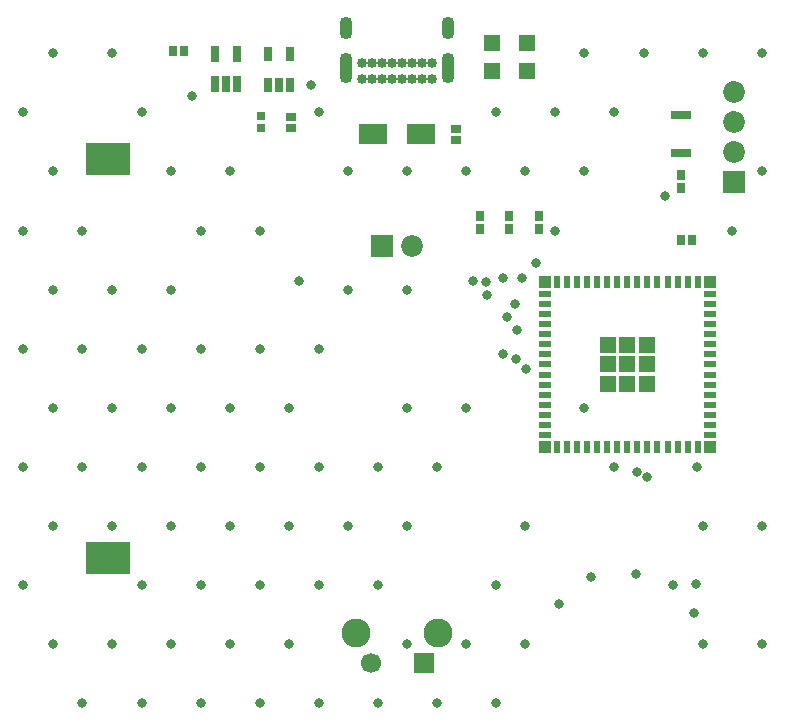
<source format=gts>
G04*
G04 #@! TF.GenerationSoftware,Altium Limited,Altium Designer,20.0.13 (296)*
G04*
G04 Layer_Color=8388736*
%FSTAX42Y42*%
%MOMM*%
G71*
G01*
G75*
%ADD27R,0.76X1.36*%
%ADD28R,0.80X1.40*%
%ADD29R,0.75X1.25*%
%ADD30R,0.60X1.00*%
%ADD31R,1.00X0.60*%
%ADD32R,1.40X1.40*%
%ADD33R,1.00X1.00*%
%ADD34R,1.70X0.75*%
%ADD35R,3.70X2.80*%
%ADD36R,2.40X1.75*%
%ADD37R,0.80X0.90*%
%ADD38R,0.70X0.68*%
%ADD39R,0.86X0.74*%
%ADD40R,0.74X0.86*%
%ADD41R,1.35X1.35*%
%ADD42R,1.85X1.85*%
%ADD43C,1.85*%
%ADD44C,0.85*%
%ADD45O,1.10X1.90*%
%ADD46O,1.10X2.60*%
%ADD47C,1.84*%
%ADD48R,1.84X1.84*%
%ADD49C,2.45*%
%ADD50C,1.70*%
%ADD51R,1.70X1.70*%
%ADD52C,0.80*%
D27*
X008118Y013741D02*
D03*
X008214D02*
D03*
X008308D02*
D03*
D28*
Y013991D02*
D03*
X008118D02*
D03*
D29*
X008568Y013996D02*
D03*
X008758D02*
D03*
Y013736D02*
D03*
X008664D02*
D03*
X008568D02*
D03*
D30*
X012208Y012066D02*
D03*
X012124D02*
D03*
X012039D02*
D03*
X011954D02*
D03*
X011868D02*
D03*
X011783D02*
D03*
X011699D02*
D03*
X011614D02*
D03*
X011529D02*
D03*
X011443D02*
D03*
X011358D02*
D03*
X011274D02*
D03*
X011189D02*
D03*
X011104D02*
D03*
X011018D02*
D03*
Y010666D02*
D03*
X011104D02*
D03*
X011189D02*
D03*
X011274D02*
D03*
X011358D02*
D03*
X011443D02*
D03*
X011529D02*
D03*
X011614D02*
D03*
X011699D02*
D03*
X011783D02*
D03*
X011868D02*
D03*
X011954D02*
D03*
X012039D02*
D03*
X012124D02*
D03*
X012208D02*
D03*
D31*
X010914Y011961D02*
D03*
Y011876D02*
D03*
Y011791D02*
D03*
Y011706D02*
D03*
Y011621D02*
D03*
Y011536D02*
D03*
Y011451D02*
D03*
Y011366D02*
D03*
Y011281D02*
D03*
Y011196D02*
D03*
Y011111D02*
D03*
Y011026D02*
D03*
Y010941D02*
D03*
Y010856D02*
D03*
Y010771D02*
D03*
X012314D02*
D03*
Y010856D02*
D03*
Y010941D02*
D03*
Y011026D02*
D03*
Y011111D02*
D03*
Y011196D02*
D03*
Y011281D02*
D03*
Y011366D02*
D03*
Y011451D02*
D03*
Y011536D02*
D03*
Y011621D02*
D03*
Y011706D02*
D03*
Y011791D02*
D03*
Y011876D02*
D03*
Y011961D02*
D03*
D32*
X011614Y011366D02*
D03*
X011779Y011531D02*
D03*
X011614D02*
D03*
X011449D02*
D03*
Y011366D02*
D03*
Y011201D02*
D03*
X011614D02*
D03*
X011779D02*
D03*
Y011366D02*
D03*
D33*
X012314Y012066D02*
D03*
X010914D02*
D03*
Y010666D02*
D03*
X012314D02*
D03*
D34*
X012064Y013154D02*
D03*
Y013479D02*
D03*
D35*
X007214Y013106D02*
D03*
Y009726D02*
D03*
D36*
X009868Y013316D02*
D03*
X009458D02*
D03*
D37*
X012064Y012861D02*
D03*
Y012971D02*
D03*
X010864Y012511D02*
D03*
Y012621D02*
D03*
X010614Y012511D02*
D03*
Y012621D02*
D03*
X010364D02*
D03*
Y012511D02*
D03*
D38*
X008514Y013467D02*
D03*
Y013365D02*
D03*
D39*
X010164Y01327D02*
D03*
Y013362D02*
D03*
X008764Y013462D02*
D03*
Y01337D02*
D03*
D40*
X007768Y014016D02*
D03*
X00786D02*
D03*
X01216Y012416D02*
D03*
X012068D02*
D03*
D41*
X010764Y013849D02*
D03*
Y014084D02*
D03*
X010464Y013849D02*
D03*
Y014084D02*
D03*
D42*
X012514Y012908D02*
D03*
D43*
Y013162D02*
D03*
Y013416D02*
D03*
Y01367D02*
D03*
D44*
X009366Y01378D02*
D03*
X009451D02*
D03*
X009536D02*
D03*
X009621D02*
D03*
X009706D02*
D03*
X009791D02*
D03*
X009876D02*
D03*
X009961D02*
D03*
Y013915D02*
D03*
X009876D02*
D03*
X009791D02*
D03*
X009706D02*
D03*
X009621D02*
D03*
X009536D02*
D03*
X009451D02*
D03*
X009366D02*
D03*
D45*
X009231Y014216D02*
D03*
X010096D02*
D03*
D46*
X009231Y013878D02*
D03*
X010096D02*
D03*
D47*
X00979Y012366D02*
D03*
D48*
X009536D02*
D03*
D49*
X009314Y009091D02*
D03*
X010014D02*
D03*
D50*
X009439Y008841D02*
D03*
D51*
X009889D02*
D03*
D52*
X01275Y014D02*
D03*
Y013D02*
D03*
X0125Y0125D02*
D03*
X01275Y01D02*
D03*
Y009D02*
D03*
X01225Y014D02*
D03*
Y01D02*
D03*
X012Y0095D02*
D03*
X01225Y009D02*
D03*
X01175Y014D02*
D03*
X0115Y0135D02*
D03*
Y0105D02*
D03*
X01125Y014D02*
D03*
X011Y0135D02*
D03*
X01125Y013D02*
D03*
X011Y0125D02*
D03*
X01125Y011D02*
D03*
X0105Y0135D02*
D03*
X01075Y013D02*
D03*
Y01D02*
D03*
X0105Y0095D02*
D03*
X01075Y009D02*
D03*
X0105Y0085D02*
D03*
X01025Y013D02*
D03*
Y011D02*
D03*
X01Y0105D02*
D03*
X01025Y009D02*
D03*
X01Y0085D02*
D03*
X00975Y013D02*
D03*
Y012D02*
D03*
Y011D02*
D03*
X0095Y0105D02*
D03*
X00975Y01D02*
D03*
X0095Y0095D02*
D03*
X00975Y009D02*
D03*
X0095Y0085D02*
D03*
X009Y0135D02*
D03*
X00925Y013D02*
D03*
Y012D02*
D03*
X009Y0115D02*
D03*
Y0105D02*
D03*
X00925Y01D02*
D03*
X009Y0095D02*
D03*
Y0085D02*
D03*
X0085Y0125D02*
D03*
Y0115D02*
D03*
X00875Y011D02*
D03*
X0085Y0105D02*
D03*
X00875Y01D02*
D03*
X0085Y0095D02*
D03*
X00875Y009D02*
D03*
X0085Y0085D02*
D03*
X00825Y013D02*
D03*
X008Y0125D02*
D03*
Y0115D02*
D03*
X00825Y011D02*
D03*
X008Y0105D02*
D03*
X00825Y01D02*
D03*
X008Y0095D02*
D03*
X00825Y009D02*
D03*
X008Y0085D02*
D03*
X0075Y0135D02*
D03*
X00775Y013D02*
D03*
Y012D02*
D03*
X0075Y0115D02*
D03*
X00775Y011D02*
D03*
X0075Y0105D02*
D03*
X00775Y01D02*
D03*
X0075Y0095D02*
D03*
X00775Y009D02*
D03*
X0075Y0085D02*
D03*
X00725Y014D02*
D03*
X007Y0125D02*
D03*
X00725Y012D02*
D03*
X007Y0115D02*
D03*
X00725Y011D02*
D03*
X007Y0105D02*
D03*
X00725Y01D02*
D03*
Y009D02*
D03*
X007Y0085D02*
D03*
X00675Y014D02*
D03*
X0065Y0135D02*
D03*
X00675Y013D02*
D03*
X0065Y0125D02*
D03*
X00675Y012D02*
D03*
X0065Y0115D02*
D03*
X00675Y011D02*
D03*
X0065Y0105D02*
D03*
X00675Y01D02*
D03*
X0065Y0095D02*
D03*
X00675Y009D02*
D03*
X010756Y011331D02*
D03*
X010674Y011416D02*
D03*
X010564Y011456D02*
D03*
X011033Y009336D02*
D03*
X012174Y009266D02*
D03*
X010724Y012096D02*
D03*
X010564D02*
D03*
X010414Y012066D02*
D03*
X010304Y012076D02*
D03*
X008833D02*
D03*
X012204Y010496D02*
D03*
X011933Y012796D02*
D03*
X011693Y010456D02*
D03*
X011783Y010416D02*
D03*
X010664Y011876D02*
D03*
X012193Y009506D02*
D03*
X011304Y009566D02*
D03*
X011683Y009596D02*
D03*
X010843Y012226D02*
D03*
X010424Y011956D02*
D03*
X010683Y011656D02*
D03*
X007924Y013636D02*
D03*
X008933Y013736D02*
D03*
X010593Y011766D02*
D03*
M02*

</source>
